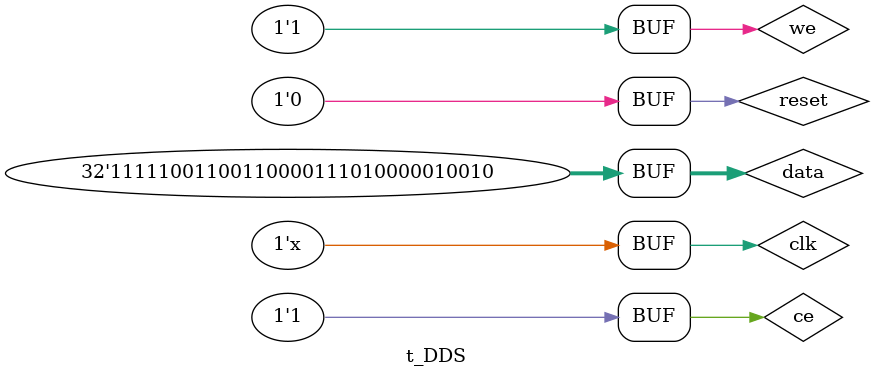
<source format=v>
`timescale 1ns / 1ps


module t_DDS;

	// Inputs
	reg [31:0] data;
	reg we;
	reg clk;
	reg ce;
	reg reset;

	// Outputs
	wire [15:0] sine;
	wire [15:0] cose;

	// Instantiate the Unit Under Test (UUT)
	dds uut (
		.data(data), 
		.we(we), 
		.clk(clk), 
		.ce(ce), 
		.reset(reset), 
		.sine(sine), 
		.cose(cose));

	initial begin
		// Initialize Inputs
		data = 32'Hf9987412;
		we = 0;
		clk = 0;
		ce = 0;
		reset = 1;
		#2;
		reset = 0;
		we = 1;
    ce = 1;
		// Add stimulus here

	end
	
	always #10 clk =~ clk;
endmodule


</source>
